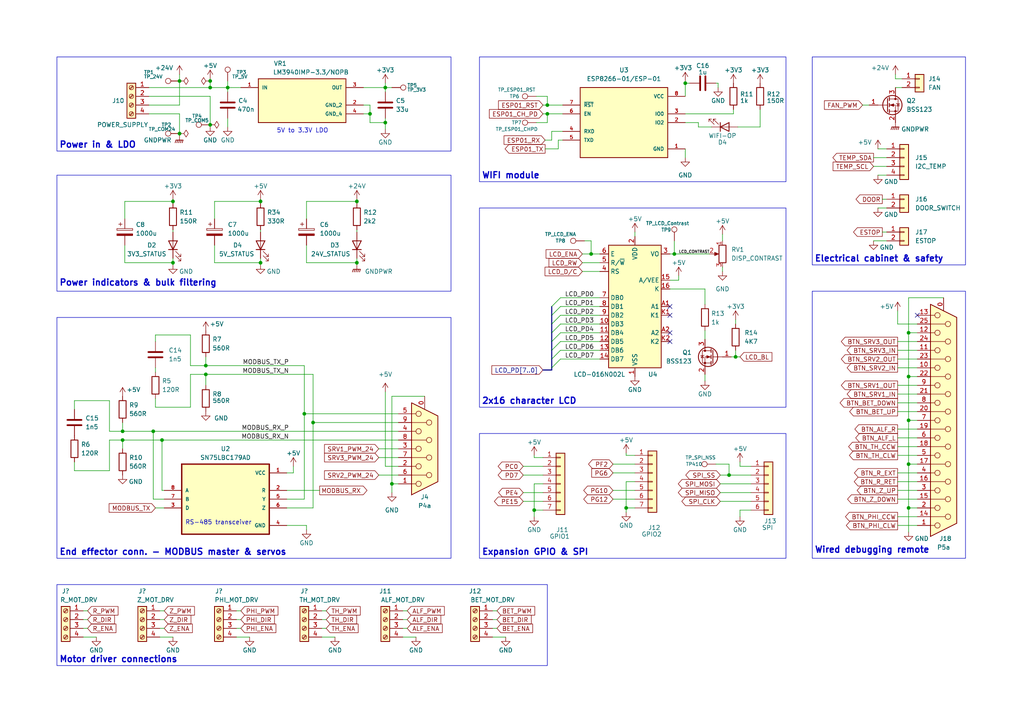
<source format=kicad_sch>
(kicad_sch (version 20230121) (generator eeschema)
  (paper "A4")
  (title_block (title "Karcsi (INDACT Robot Arm) - Power & peripherals") (date "2023-10-07") (rev "1.1") (company "LEGO Kör (legokor.hu)") (comment 1 "Design by Andi Serban & Máté Kovács"))
  (junction (at 195.58 73.66))
  (junction (at 154.94 147.955))
  (junction (at 60.96 25.4))
  (junction (at 103.505 58.42))
  (junction (at 263.525 109.22))
  (junction (at 52.07 38.735))
  (junction (at 50.165 76.2))
  (junction (at 46.99 127.635))
  (junction (at 59.69 106.045))
  (junction (at 263.525 96.52))
  (junction (at 111.76 35.56))
  (junction (at 35.56 125.095))
  (junction (at 60.96 23.495))
  (junction (at 158.75 33.02))
  (junction (at 211.455 137.795))
  (junction (at 50.165 58.42))
  (junction (at 113.665 140.335))
  (junction (at 90.805 122.555))
  (junction (at 263.525 134.62))
  (junction (at 111.76 25.4))
  (junction (at 263.525 121.92))
  (junction (at 66.04 25.4))
  (junction (at 75.565 76.2))
  (junction (at 158.75 30.48))
  (junction (at 213.36 103.505))
  (junction (at 44.45 125.095))
  (junction (at 60.96 36.195))
  (junction (at 171.45 73.66))
  (junction (at 75.565 58.42))
  (junction (at 263.525 147.32))
  (junction (at 88.265 120.015))
  (junction (at 198.755 24.13))
  (junction (at 107.315 33.02))
  (junction (at 52.07 23.495))
  (junction (at 181.61 147.32))
  (junction (at 35.56 127.635))
  (junction (at 59.69 108.585))
  (junction (at 103.505 76.2))
  (no_connect (at 266.065 91.44))
  (no_connect (at 194.31 99.06))
  (no_connect (at 194.31 96.52))
  (no_connect (at 194.31 88.9))
  (no_connect (at 194.31 91.44))
  (bus_entry (at 160.02 91.44) (size 2.54 -2.54))
  (bus_entry (at 160.02 93.98) (size 2.54 -2.54))
  (bus_entry (at 160.02 88.9) (size 2.54 -2.54))
  (bus_entry (at 160.02 96.52) (size 2.54 -2.54))
  (bus_entry (at 160.02 99.06) (size 2.54 -2.54))
  (bus_entry (at 160.02 106.68) (size 2.54 -2.54))
  (bus_entry (at 160.02 101.6) (size 2.54 -2.54))
  (bus_entry (at 160.02 104.14) (size 2.54 -2.54))
  (wire (pts (xy 161.925 43.18) (xy 161.925 40.64)))
  (wire (pts (xy 263.525 147.32) (xy 263.525 154.305)))
  (wire (pts (xy 151.765 142.875) (xy 157.48 142.875)))
  (bus (pts (xy 160.02 93.98) (xy 160.02 96.52)))
  (wire (pts (xy 260.35 116.84) (xy 266.065 116.84)))
  (wire (pts (xy 151.765 145.415) (xy 157.48 145.415)))
  (wire (pts (xy 142.875 182.245) (xy 144.145 182.245)))
  (wire (pts (xy 105.41 33.02) (xy 107.315 33.02)))
  (wire (pts (xy 260.35 124.46) (xy 266.065 124.46)))
  (wire (pts (xy 254.635 60.325) (xy 257.175 60.325)))
  (wire (pts (xy 35.56 125.095) (xy 44.45 125.095)))
  (wire (pts (xy 75.565 66.675) (xy 75.565 67.31)))
  (wire (pts (xy 207.645 134.62) (xy 211.455 134.62)))
  (wire (pts (xy 259.715 22.86) (xy 261.62 22.86)))
  (wire (pts (xy 208.915 140.335) (xy 217.805 140.335)))
  (wire (pts (xy 60.96 25.4) (xy 66.04 25.4)))
  (wire (pts (xy 253.365 69.85) (xy 257.175 69.85)))
  (bus (pts (xy 160.02 107.315) (xy 157.48 107.315)))
  (wire (pts (xy 207.645 24.13) (xy 208.28 24.13)))
  (wire (pts (xy 109.855 132.715) (xy 115.57 132.715)))
  (wire (pts (xy 198.755 35.56) (xy 202.565 35.56)))
  (wire (pts (xy 36.195 58.42) (xy 50.165 58.42)))
  (wire (pts (xy 142.875 177.165) (xy 144.145 177.165)))
  (wire (pts (xy 44.45 125.095) (xy 115.57 125.095)))
  (wire (pts (xy 181.61 132.08) (xy 184.15 132.08)))
  (wire (pts (xy 171.45 69.85) (xy 171.45 73.66)))
  (wire (pts (xy 109.855 137.795) (xy 115.57 137.795)))
  (wire (pts (xy 24.13 177.165) (xy 25.4 177.165)))
  (wire (pts (xy 60.96 27.94) (xy 60.96 36.195)))
  (wire (pts (xy 260.35 119.38) (xy 266.065 119.38)))
  (wire (pts (xy 260.35 127) (xy 266.065 127)))
  (wire (pts (xy 211.455 137.795) (xy 217.805 137.795)))
  (wire (pts (xy 177.8 142.24) (xy 184.15 142.24)))
  (wire (pts (xy 83.185 144.78) (xy 88.265 144.78)))
  (wire (pts (xy 260.35 149.86) (xy 266.065 149.86)))
  (wire (pts (xy 168.91 76.2) (xy 173.99 76.2)))
  (wire (pts (xy 31.75 125.095) (xy 35.56 125.095)))
  (wire (pts (xy 66.04 23.495) (xy 66.04 25.4)))
  (wire (pts (xy 75.565 74.93) (xy 75.565 76.2)))
  (wire (pts (xy 83.185 142.24) (xy 92.71 142.24)))
  (wire (pts (xy 88.265 120.015) (xy 88.265 106.045)))
  (wire (pts (xy 90.805 122.555) (xy 90.805 147.32)))
  (wire (pts (xy 263.525 109.22) (xy 266.065 109.22)))
  (wire (pts (xy 66.04 25.4) (xy 69.85 25.4)))
  (wire (pts (xy 154.94 140.335) (xy 157.48 140.335)))
  (wire (pts (xy 202.565 36.83) (xy 206.375 36.83)))
  (wire (pts (xy 43.18 25.4) (xy 60.96 25.4)))
  (wire (pts (xy 59.69 106.045) (xy 88.265 106.045)))
  (wire (pts (xy 214.63 135.255) (xy 217.805 135.255)))
  (wire (pts (xy 43.18 33.02) (xy 52.07 33.02)))
  (wire (pts (xy 154.94 147.955) (xy 157.48 147.955)))
  (wire (pts (xy 50.165 76.2) (xy 50.165 76.835)))
  (wire (pts (xy 90.805 122.555) (xy 115.57 122.555)))
  (wire (pts (xy 266.065 147.32) (xy 263.525 147.32)))
  (wire (pts (xy 195.58 69.85) (xy 195.58 73.66)))
  (wire (pts (xy 208.915 137.795) (xy 211.455 137.795)))
  (wire (pts (xy 116.84 182.245) (xy 118.11 182.245)))
  (wire (pts (xy 113.665 114.935) (xy 113.665 140.335)))
  (wire (pts (xy 88.9 63.5) (xy 88.9 58.42)))
  (wire (pts (xy 55.245 97.155) (xy 55.245 106.045)))
  (wire (pts (xy 220.472 31.75) (xy 220.472 36.83)))
  (wire (pts (xy 212.09 103.505) (xy 213.36 103.505)))
  (wire (pts (xy 177.8 137.16) (xy 184.15 137.16)))
  (wire (pts (xy 35.56 122.555) (xy 35.56 125.095)))
  (wire (pts (xy 260.35 93.98) (xy 260.35 90.17)))
  (wire (pts (xy 52.07 33.02) (xy 52.07 38.735)))
  (wire (pts (xy 103.505 76.2) (xy 103.505 76.835)))
  (wire (pts (xy 161.925 40.64) (xy 163.195 40.64)))
  (wire (pts (xy 204.47 95.885) (xy 204.47 98.425)))
  (wire (pts (xy 46.355 177.165) (xy 47.625 177.165)))
  (wire (pts (xy 168.91 73.66) (xy 171.45 73.66)))
  (wire (pts (xy 115.57 140.335) (xy 113.665 140.335)))
  (wire (pts (xy 62.23 71.12) (xy 62.23 76.2)))
  (wire (pts (xy 181.61 148.59) (xy 181.61 147.32)))
  (wire (pts (xy 52.07 38.735) (xy 52.07 39.37)))
  (wire (pts (xy 202.565 35.56) (xy 202.565 36.83)))
  (wire (pts (xy 157.48 33.02) (xy 158.75 33.02)))
  (wire (pts (xy 24.13 182.245) (xy 25.4 182.245)))
  (wire (pts (xy 52.07 23.495) (xy 52.07 30.48)))
  (wire (pts (xy 45.085 99.06) (xy 45.085 97.155)))
  (wire (pts (xy 155.575 27.94) (xy 158.75 27.94)))
  (wire (pts (xy 213.36 101.6) (xy 213.36 103.505)))
  (wire (pts (xy 88.9 58.42) (xy 103.505 58.42)))
  (wire (pts (xy 162.56 101.6) (xy 173.99 101.6)))
  (wire (pts (xy 213.36 92.71) (xy 213.36 93.98)))
  (wire (pts (xy 158.115 43.18) (xy 161.925 43.18)))
  (wire (pts (xy 263.525 109.22) (xy 263.525 121.92)))
  (wire (pts (xy 181.61 131.445) (xy 181.61 132.08)))
  (wire (pts (xy 181.61 139.7) (xy 184.15 139.7)))
  (wire (pts (xy 111.76 113.665) (xy 111.76 135.255)))
  (wire (pts (xy 263.525 86.36) (xy 263.525 96.52)))
  (wire (pts (xy 27.94 184.785) (xy 24.13 184.785)))
  (wire (pts (xy 52.07 21.59) (xy 52.07 23.495)))
  (wire (pts (xy 66.04 34.29) (xy 66.04 36.83)))
  (wire (pts (xy 59.69 108.585) (xy 90.805 108.585)))
  (wire (pts (xy 213.36 103.505) (xy 214.63 103.505)))
  (wire (pts (xy 266.065 96.52) (xy 263.525 96.52)))
  (wire (pts (xy 107.315 35.56) (xy 111.76 35.56)))
  (wire (pts (xy 88.9 71.12) (xy 88.9 76.2)))
  (wire (pts (xy 260.35 101.6) (xy 266.065 101.6)))
  (wire (pts (xy 171.45 73.66) (xy 173.99 73.66)))
  (wire (pts (xy 273.685 86.36) (xy 263.525 86.36)))
  (wire (pts (xy 260.35 137.16) (xy 266.065 137.16)))
  (wire (pts (xy 59.69 103.505) (xy 59.69 106.045)))
  (wire (pts (xy 263.525 121.92) (xy 263.525 134.62)))
  (wire (pts (xy 198.755 43.18) (xy 198.755 45.72)))
  (wire (pts (xy 60.96 25.4) (xy 60.96 23.495)))
  (wire (pts (xy 103.505 58.42) (xy 103.505 59.055)))
  (wire (pts (xy 111.76 35.56) (xy 111.76 37.465)))
  (wire (pts (xy 254.635 43.18) (xy 257.175 43.18)))
  (wire (pts (xy 162.56 88.9) (xy 173.99 88.9)))
  (wire (pts (xy 43.18 27.94) (xy 60.96 27.94)))
  (wire (pts (xy 31.75 127.635) (xy 35.56 127.635)))
  (wire (pts (xy 162.56 93.98) (xy 173.99 93.98)))
  (wire (pts (xy 162.56 96.52) (xy 173.99 96.52)))
  (wire (pts (xy 184.15 68.58) (xy 184.15 67.31)))
  (wire (pts (xy 208.915 142.875) (xy 217.805 142.875)))
  (wire (pts (xy 107.315 30.48) (xy 107.315 33.02)))
  (wire (pts (xy 260.35 111.76) (xy 266.065 111.76)))
  (wire (pts (xy 158.75 27.94) (xy 158.75 30.48)))
  (wire (pts (xy 21.59 118.745) (xy 21.59 116.205)))
  (wire (pts (xy 107.315 33.02) (xy 107.315 35.56)))
  (wire (pts (xy 196.85 81.28) (xy 196.85 80.01)))
  (wire (pts (xy 214.63 133.985) (xy 214.63 135.255)))
  (wire (pts (xy 21.59 133.985) (xy 21.59 136.525)))
  (wire (pts (xy 50.165 57.785) (xy 50.165 58.42)))
  (wire (pts (xy 209.55 77.47) (xy 209.55 78.74)))
  (wire (pts (xy 266.065 93.98) (xy 260.35 93.98)))
  (wire (pts (xy 260.35 104.14) (xy 266.065 104.14)))
  (wire (pts (xy 111.76 135.255) (xy 115.57 135.255)))
  (wire (pts (xy 52.07 30.48) (xy 43.18 30.48)))
  (wire (pts (xy 260.35 144.78) (xy 266.065 144.78)))
  (wire (pts (xy 36.195 76.2) (xy 50.165 76.2)))
  (wire (pts (xy 21.59 116.205) (xy 31.75 116.205)))
  (wire (pts (xy 111.76 25.4) (xy 111.76 24.13)))
  (bus (pts (xy 160.02 99.06) (xy 160.02 101.6)))
  (wire (pts (xy 169.545 69.85) (xy 171.45 69.85)))
  (wire (pts (xy 88.265 120.015) (xy 88.265 144.78)))
  (wire (pts (xy 253.365 45.72) (xy 257.175 45.72)))
  (wire (pts (xy 60.96 36.195) (xy 60.96 36.83)))
  (wire (pts (xy 97.155 184.785) (xy 93.345 184.785)))
  (wire (pts (xy 109.855 130.175) (xy 115.57 130.175)))
  (wire (pts (xy 62.23 58.42) (xy 75.565 58.42)))
  (wire (pts (xy 62.23 76.2) (xy 75.565 76.2)))
  (wire (pts (xy 158.75 35.56) (xy 158.75 33.02)))
  (wire (pts (xy 204.47 83.82) (xy 204.47 88.265)))
  (wire (pts (xy 194.31 81.28) (xy 196.85 81.28)))
  (wire (pts (xy 260.35 106.68) (xy 266.065 106.68)))
  (wire (pts (xy 154.94 132.715) (xy 157.48 132.715)))
  (wire (pts (xy 151.765 135.255) (xy 157.48 135.255)))
  (wire (pts (xy 46.99 142.24) (xy 46.99 127.635)))
  (wire (pts (xy 47.625 142.24) (xy 46.99 142.24)))
  (wire (pts (xy 113.665 114.935) (xy 123.19 114.935)))
  (wire (pts (xy 260.35 142.24) (xy 266.065 142.24)))
  (wire (pts (xy 177.8 144.78) (xy 184.15 144.78)))
  (wire (pts (xy 55.245 106.045) (xy 59.69 106.045)))
  (wire (pts (xy 68.58 182.245) (xy 69.85 182.245)))
  (wire (pts (xy 105.41 30.48) (xy 107.315 30.48)))
  (wire (pts (xy 198.755 24.13) (xy 198.755 27.94)))
  (bus (pts (xy 160.02 88.9) (xy 160.02 91.44)))
  (wire (pts (xy 45.085 147.32) (xy 47.625 147.32)))
  (wire (pts (xy 45.085 115.57) (xy 45.085 118.11)))
  (wire (pts (xy 263.525 96.52) (xy 263.525 109.22)))
  (wire (pts (xy 250.19 30.48) (xy 252.095 30.48)))
  (wire (pts (xy 83.185 137.16) (xy 85.09 137.16)))
  (wire (pts (xy 75.565 57.785) (xy 75.565 58.42)))
  (wire (pts (xy 88.265 120.015) (xy 115.57 120.015)))
  (wire (pts (xy 162.56 99.06) (xy 173.99 99.06)))
  (wire (pts (xy 47.625 144.78) (xy 44.45 144.78)))
  (wire (pts (xy 160.02 40.64) (xy 160.02 38.1)))
  (wire (pts (xy 62.23 63.5) (xy 62.23 58.42)))
  (wire (pts (xy 50.165 58.42) (xy 50.165 59.055)))
  (wire (pts (xy 113.665 140.335) (xy 113.665 142.875)))
  (wire (pts (xy 46.355 179.705) (xy 47.625 179.705)))
  (wire (pts (xy 162.56 86.36) (xy 173.99 86.36)))
  (wire (pts (xy 66.04 25.4) (xy 66.04 26.67)))
  (bus (pts (xy 160.02 91.44) (xy 160.02 93.98)))
  (wire (pts (xy 212.725 33.02) (xy 198.755 33.02)))
  (wire (pts (xy 198.755 23.495) (xy 198.755 24.13)))
  (wire (pts (xy 263.525 134.62) (xy 263.525 147.32)))
  (wire (pts (xy 260.35 152.4) (xy 266.065 152.4)))
  (wire (pts (xy 157.48 30.48) (xy 158.75 30.48)))
  (wire (pts (xy 214.63 149.86) (xy 214.63 147.955)))
  (wire (pts (xy 36.195 71.12) (xy 36.195 76.2)))
  (wire (pts (xy 45.085 118.11) (xy 55.245 118.11)))
  (wire (pts (xy 198.755 24.13) (xy 200.025 24.13)))
  (wire (pts (xy 260.35 114.3) (xy 266.065 114.3)))
  (wire (pts (xy 260.35 99.06) (xy 266.065 99.06)))
  (wire (pts (xy 24.13 179.705) (xy 25.4 179.705)))
  (wire (pts (xy 253.365 48.26) (xy 257.175 48.26)))
  (wire (pts (xy 204.47 108.585) (xy 204.47 110.49)))
  (wire (pts (xy 75.565 58.42) (xy 75.565 59.055)))
  (wire (pts (xy 181.61 139.7) (xy 181.61 147.32)))
  (wire (pts (xy 85.09 135.255) (xy 85.09 137.16)))
  (wire (pts (xy 209.55 67.945) (xy 209.55 69.85)))
  (wire (pts (xy 36.195 63.5) (xy 36.195 58.42)))
  (bus (pts (xy 160.02 101.6) (xy 160.02 104.14)))
  (wire (pts (xy 266.065 121.92) (xy 263.525 121.92)))
  (wire (pts (xy 88.9 152.4) (xy 88.9 153.67)))
  (wire (pts (xy 154.94 149.86) (xy 154.94 147.955)))
  (wire (pts (xy 50.165 184.785) (xy 46.355 184.785)))
  (wire (pts (xy 105.41 25.4) (xy 111.76 25.4)))
  (wire (pts (xy 60.96 23.495) (xy 60.96 22.86)))
  (wire (pts (xy 83.185 147.32) (xy 90.805 147.32)))
  (wire (pts (xy 50.165 66.675) (xy 50.165 67.31)))
  (wire (pts (xy 93.345 179.705) (xy 94.615 179.705)))
  (wire (pts (xy 120.65 184.785) (xy 116.84 184.785)))
  (wire (pts (xy 116.84 177.165) (xy 118.11 177.165)))
  (wire (pts (xy 162.56 91.44) (xy 173.99 91.44)))
  (wire (pts (xy 266.065 134.62) (xy 263.525 134.62)))
  (wire (pts (xy 195.58 73.66) (xy 205.74 73.66)))
  (wire (pts (xy 93.345 177.165) (xy 94.615 177.165)))
  (wire (pts (xy 45.085 97.155) (xy 55.245 97.155)))
  (wire (pts (xy 93.345 182.245) (xy 94.615 182.245)))
  (wire (pts (xy 160.02 38.1) (xy 163.195 38.1)))
  (wire (pts (xy 35.56 127.635) (xy 35.56 130.175)))
  (wire (pts (xy 45.085 106.68) (xy 45.085 107.95)))
  (wire (pts (xy 88.9 76.2) (xy 103.505 76.2)))
  (wire (pts (xy 90.805 122.555) (xy 90.805 108.585)))
  (wire (pts (xy 177.8 134.62) (xy 184.15 134.62)))
  (wire (pts (xy 146.685 184.785) (xy 142.875 184.785)))
  (wire (pts (xy 46.355 182.245) (xy 47.625 182.245)))
  (wire (pts (xy 158.115 40.64) (xy 160.02 40.64)))
  (wire (pts (xy 260.35 139.7) (xy 266.065 139.7)))
  (wire (pts (xy 83.185 152.4) (xy 88.9 152.4)))
  (wire (pts (xy 46.99 127.635) (xy 115.57 127.635)))
  (bus (pts (xy 160.02 106.68) (xy 160.02 107.315)))
  (wire (pts (xy 55.245 118.11) (xy 55.245 108.585)))
  (wire (pts (xy 255.905 57.785) (xy 257.175 57.785)))
  (wire (pts (xy 194.31 83.82) (xy 204.47 83.82)))
  (wire (pts (xy 154.94 140.335) (xy 154.94 147.955)))
  (wire (pts (xy 181.61 147.32) (xy 184.15 147.32)))
  (wire (pts (xy 44.45 144.78) (xy 44.45 125.095)))
  (wire (pts (xy 111.76 25.4) (xy 111.76 26.67)))
  (wire (pts (xy 68.58 177.165) (xy 69.85 177.165)))
  (wire (pts (xy 50.165 74.93) (xy 50.165 76.2)))
  (wire (pts (xy 158.75 33.02) (xy 163.195 33.02)))
  (wire (pts (xy 116.84 179.705) (xy 118.11 179.705)))
  (wire (pts (xy 59.69 108.585) (xy 59.69 111.76)))
  (wire (pts (xy 68.58 179.705) (xy 69.85 179.705)))
  (bus (pts (xy 160.02 104.14) (xy 160.02 106.68)))
  (wire (pts (xy 194.31 73.66) (xy 195.58 73.66)))
  (wire (pts (xy 154.94 132.715) (xy 154.94 132.08)))
  (wire (pts (xy 208.915 145.415) (xy 217.805 145.415)))
  (wire (pts (xy 260.35 129.54) (xy 266.065 129.54)))
  (wire (pts (xy 260.35 132.08) (xy 266.065 132.08)))
  (wire (pts (xy 158.75 35.56) (xy 155.575 35.56)))
  (wire (pts (xy 75.565 76.2) (xy 75.565 76.835)))
  (wire (pts (xy 151.765 137.795) (xy 157.48 137.795)))
  (wire (pts (xy 255.905 67.31) (xy 257.175 67.31)))
  (wire (pts (xy 55.245 108.585) (xy 59.69 108.585)))
  (wire (pts (xy 103.505 74.93) (xy 103.505 76.2)))
  (wire (pts (xy 158.75 30.48) (xy 163.195 30.48)))
  (wire (pts (xy 259.715 25.4) (xy 261.62 25.4)))
  (wire (pts (xy 31.75 136.525) (xy 31.75 127.635)))
  (wire (pts (xy 212.725 31.75) (xy 212.725 33.02)))
  (wire (pts (xy 103.505 66.675) (xy 103.505 67.31)))
  (wire (pts (xy 259.715 21.59) (xy 259.715 22.86)))
  (wire (pts (xy 72.39 184.785) (xy 68.58 184.785)))
  (wire (pts (xy 35.56 127.635) (xy 46.99 127.635)))
  (wire (pts (xy 168.91 78.74) (xy 173.99 78.74)))
  (wire (pts (xy 103.505 57.785) (xy 103.505 58.42)))
  (wire (pts (xy 31.75 116.205) (xy 31.75 125.095)))
  (wire (pts (xy 208.28 25.4) (xy 208.28 24.13)))
  (wire (pts (xy 21.59 136.525) (xy 31.75 136.525)))
  (wire (pts (xy 111.76 34.29) (xy 111.76 35.56)))
  (wire (pts (xy 211.455 134.62) (xy 211.455 137.795)))
  (wire (pts (xy 213.995 36.83) (xy 220.472 36.83)))
  (wire (pts (xy 254.635 50.8) (xy 257.175 50.8)))
  (wire (pts (xy 142.875 179.705) (xy 144.145 179.705)))
  (bus (pts (xy 160.02 96.52) (xy 160.02 99.06)))
  (wire (pts (xy 111.76 25.4) (xy 113.665 25.4)))
  (wire (pts (xy 162.56 104.14) (xy 173.99 104.14)))
  (wire (pts (xy 214.63 147.955) (xy 217.805 147.955)))
  (rectangle (start 235.585 84.455) (end 280.035 161.925))
  (rectangle (start 16.51 169.545) (end 158.75 193.04))
  (rectangle (start 139.065 16.51) (end 227.965 52.705))
  (rectangle (start 16.51 92.075) (end 130.81 161.925))
  (rectangle (start 235.585 16.51) (end 280.035 76.835))
  (rectangle (start 16.51 16.51) (end 130.81 43.815))
  (rectangle (start 16.51 50.8) (end 130.81 84.455))
  (rectangle (start 139.065 60.325) (end 227.965 118.11))
  (rectangle (start 139.065 125.73) (end 227.965 161.925))
  (text "Power indicators & bulk filtering" (at 17.145 83.185 0) (effects (font (size 1.8 1.8) bold) (justify left bottom)))
  (text "Electrical cabinet & safety" (at 236.22 76.2 0) (effects (font (size 1.8 1.8) (thickness 0.36) bold) (justify left bottom)))
  (text "5V to 3.3V LDO" (at 95.25 38.735 0) (effects (font (size 1.27 1.27)) (justify right bottom)))
  (text "WIFI module" (at 139.7 52.07 0) (effects (font (size 1.8 1.8) (thickness 0.36) bold) (justify left bottom)))
  (text "2x16 character LCD" (at 139.7 117.475 0) (effects (font (size 1.8 1.8) (thickness 0.36) bold) (justify left bottom)))
  (text "Wired debugging remote" (at 236.22 160.655 0) (effects (font (size 1.8 1.8) (thickness 0.36) bold) (justify left bottom)))
  (text "RS-485 transceiver" (at 73.025 152.4 0) (effects (font (size 1.27 1.27)) (justify right bottom)))
  (text "End effector conn. - MODBUS master & servos" (at 17.145 161.29 0) (effects (font (size 1.8 1.8) (thickness 0.36) bold) (justify left bottom)))
  (text "Power in & LDO" (at 17.145 43.18 0) (effects (font (size 1.8 1.8) (thickness 0.36) bold) (justify left bottom)))
  (text "Expansion GPIO & SPI" (at 139.7 161.29 0) (effects (font (size 1.8 1.8) (thickness 0.36) bold) (justify left bottom)))
  (text "Motor driver connections" (at 17.145 192.405 0) (effects (font (size 1.8 1.8) bold) (justify left bottom)))
  (label "MODBUS_TX_N" (at 83.82 108.585 180))
  (label "LCD_PD3" (at 163.83 93.98 0))
  (label "LCD_PD7" (at 163.83 104.14 0))
  (label "LCD_PD4" (at 163.83 96.52 0))
  (label "LCD_PD2" (at 163.83 91.44 0))
  (label "MODBUS_RX_P" (at 83.82 125.095 180))
  (label "LCD_CONTRAST" (at 196.85 73.66 0) (effects (font (size 0.8 0.8))))
  (label "LCD_PD5" (at 163.83 99.06 0))
  (label "MODBUS_RX_N" (at 83.82 127.635 180))
  (label "LCD_PD0" (at 163.83 86.36 0))
  (label "LCD_PD6" (at 163.83 101.6 0))
  (label "LCD_PD1" (at 163.83 88.9 0))
  (label "MODBUS_TX_P" (at 83.82 106.045 180))
  (global_label "ESP01_RST" (shape input) (at 157.48 30.48 180) (property "Intersheetrefs" "${INTERSHEET_REFS}" (at 145.415 30.48 0) (effects (justify right))))
  (global_label "SRV1_PWM_24" (shape input) (at 109.855 130.175 180) (property "Intersheetrefs" "${INTERSHEET_REFS}" (at 95.25 130.175 0) (effects (justify right))))
  (global_label "BTN_ALF_R" (shape output) (at 260.35 124.46 180) (property "Intersheetrefs" "${INTERSHEET_REFS}" (at 247.3862 124.46 0) (effects (justify right))))
  (global_label "PF2" (shape bidirectional) (at 177.8 134.62 180) (property "Intersheetrefs" "${INTERSHEET_REFS}" (at 171.45 134.62 0) (effects (justify right))))
  (global_label "Z_ENA" (shape input) (at 47.625 182.245 0) (property "Intersheetrefs" "${INTERSHEET_REFS}" (at 55.245 182.245 0) (effects (justify left))))
  (global_label "BTN_BET_DOWN" (shape output) (at 260.35 116.84 180) (property "Intersheetrefs" "${INTERSHEET_REFS}" (at 243.0925 116.84 0) (effects (justify right))))
  (global_label "BTN_SRV2_IN" (shape output) (at 260.35 106.68 180) (property "Intersheetrefs" "${INTERSHEET_REFS}" (at 245.1486 106.68 0) (effects (justify right))))
  (global_label "BTN_TH_CCW" (shape output) (at 260.35 129.54 180) (property "Intersheetrefs" "${INTERSHEET_REFS}" (at 246.1381 129.54 0) (effects (justify right))))
  (global_label "BTN_Z_UP" (shape output) (at 260.35 142.24 180) (property "Intersheetrefs" "${INTERSHEET_REFS}" (at 248.0515 142.24 0) (effects (justify right))))
  (global_label "ALF_PWM" (shape input) (at 118.11 177.165 0) (property "Intersheetrefs" "${INTERSHEET_REFS}" (at 127.393 177.165 0) (effects (justify left))))
  (global_label "BTN_SRV1_IN" (shape output) (at 260.35 114.3 180) (property "Intersheetrefs" "${INTERSHEET_REFS}" (at 245.1486 114.3 0) (effects (justify right))))
  (global_label "BET_PWM" (shape input) (at 144.145 177.165 0) (property "Intersheetrefs" "${INTERSHEET_REFS}" (at 153.428 177.165 0) (effects (justify left))))
  (global_label "TEMP_SCL" (shape input) (at 253.365 48.26 180) (property "Intersheetrefs" "${INTERSHEET_REFS}" (at 241.935 48.26 0) (effects (justify right))))
  (global_label "FAN_PWM" (shape input) (at 250.19 30.48 180) (property "Intersheetrefs" "${INTERSHEET_REFS}" (at 240.03 30.48 0) (effects (justify right))))
  (global_label "PG10" (shape bidirectional) (at 177.8 142.24 180) (property "Intersheetrefs" "${INTERSHEET_REFS}" (at 170.18 142.24 0) (effects (justify right))))
  (global_label "SPI_MISO" (shape bidirectional) (at 208.915 142.875 180) (property "Intersheetrefs" "${INTERSHEET_REFS}" (at 197.0919 142.875 0) (effects (justify right))))
  (global_label "BTN_BET_UP" (shape output) (at 260.35 119.38 180) (property "Intersheetrefs" "${INTERSHEET_REFS}" (at 245.8744 119.38 0) (effects (justify right))))
  (global_label "Z_DIR" (shape input) (at 47.625 179.705 0) (property "Intersheetrefs" "${INTERSHEET_REFS}" (at 54.8217 179.705 0) (effects (justify left))))
  (global_label "ESP01_CH_PD" (shape input) (at 157.48 33.02 180) (property "Intersheetrefs" "${INTERSHEET_REFS}" (at 142.754 33.02 0) (effects (justify right))))
  (global_label "LCD_D{slash}C" (shape input) (at 168.91 78.74 180) (property "Intersheetrefs" "${INTERSHEET_REFS}" (at 158.75 78.74 0) (effects (justify right))))
  (global_label "BTN_R_RET" (shape output) (at 260.35 139.7 180) (property "Intersheetrefs" "${INTERSHEET_REFS}" (at 247.2049 139.7 0) (effects (justify right))))
  (global_label "Z_PWM" (shape input) (at 47.625 177.165 0) (property "Intersheetrefs" "${INTERSHEET_REFS}" (at 55.8497 177.165 0) (effects (justify left))))
  (global_label "TH_DIR" (shape input) (at 94.615 179.705 0) (property "Intersheetrefs" "${INTERSHEET_REFS}" (at 102.87 179.705 0) (effects (justify left))))
  (global_label "R_PWM" (shape input) (at 25.4 177.165 0) (property "Intersheetrefs" "${INTERSHEET_REFS}" (at 33.413 177.165 0) (effects (justify left))))
  (global_label "MODBUS_RX" (shape output) (at 92.71 142.24 0) (property "Intersheetrefs" "${INTERSHEET_REFS}" (at 107.0042 142.24 0) (effects (justify left))))
  (global_label "LCD_BL" (shape input) (at 214.63 103.505 0) (property "Intersheetrefs" "${INTERSHEET_REFS}" (at 222.885 103.505 0) (effects (justify left))))
  (global_label "PG6" (shape input) (at 177.8 137.16 180) (property "Intersheetrefs" "${INTERSHEET_REFS}" (at 172.5008 137.16 0) (effects (justify right))))
  (global_label "LCD_PD[7..0]" (shape input) (at 157.48 107.315 180) (property "Intersheetrefs" "${INTERSHEET_REFS}" (at 143.51 107.315 0) (effects (justify right))))
  (global_label "SRV3_PWM_24" (shape input) (at 109.855 132.715 180) (property "Intersheetrefs" "${INTERSHEET_REFS}" (at 95.25 132.715 0) (effects (justify right))))
  (global_label "TH_ENA" (shape input) (at 94.615 182.245 0) (property "Intersheetrefs" "${INTERSHEET_REFS}" (at 103.2933 182.245 0) (effects (justify left))))
  (global_label "TH_PWM" (shape input) (at 94.615 177.165 0) (property "Intersheetrefs" "${INTERSHEET_REFS}" (at 103.898 177.165 0) (effects (justify left))))
  (global_label "PC0" (shape bidirectional) (at 151.765 135.255 180) (property "Intersheetrefs" "${INTERSHEET_REFS}" (at 145.2336 135.255 0) (effects (justify right))))
  (global_label "SPI_MOSI" (shape bidirectional) (at 208.915 140.335 180) (property "Intersheetrefs" "${INTERSHEET_REFS}" (at 197.0919 140.335 0) (effects (justify right))))
  (global_label "BTN_Z_DOWN" (shape output) (at 260.35 144.78 180) (property "Intersheetrefs" "${INTERSHEET_REFS}" (at 245.2696 144.78 0) (effects (justify right))))
  (global_label "ESP01_TX" (shape output) (at 158.115 43.18 180) (property "Intersheetrefs" "${INTERSHEET_REFS}" (at 147.32 43.18 0) (effects (justify right))))
  (global_label "PHI_PWM" (shape input) (at 69.85 177.165 0) (property "Intersheetrefs" "${INTERSHEET_REFS}" (at 79.9797 177.165 0) (effects (justify left))))
  (global_label "ESP01_RX" (shape input) (at 158.115 40.64 180) (property "Intersheetrefs" "${INTERSHEET_REFS}" (at 147.0176 40.64 0) (effects (justify right))))
  (global_label "SRV2_PWM_24" (shape input) (at 109.855 137.795 180) (property "Intersheetrefs" "${INTERSHEET_REFS}" (at 95.25 137.795 0) (effects (justify right))))
  (global_label "SPI_CLK" (shape bidirectional) (at 208.915 145.415 180) (property "Intersheetrefs" "${INTERSHEET_REFS}" (at 198.12 145.415 0) (effects (justify right))))
  (global_label "BTN_R_EXT" (shape output) (at 260.35 137.16 180) (property "Intersheetrefs" "${INTERSHEET_REFS}" (at 247.2654 137.16 0) (effects (justify right))))
  (global_label "BTN_SRV2_OUT" (shape output) (at 260.35 104.14 180) (property "Intersheetrefs" "${INTERSHEET_REFS}" (at 243.4553 104.14 0) (effects (justify right))))
  (global_label "SPI_SS" (shape bidirectional) (at 208.915 137.795 180) (property "Intersheetrefs" "${INTERSHEET_REFS}" (at 199.2691 137.795 0) (effects (justify right))))
  (global_label "BTN_SRV1_OUT" (shape output) (at 260.35 111.76 180) (property "Intersheetrefs" "${INTERSHEET_REFS}" (at 243.4553 111.76 0) (effects (justify right))))
  (global_label "BTN_PHI_CLW" (shape output) (at 260.35 152.4 180) (property "Intersheetrefs" "${INTERSHEET_REFS}" (at 245.745 152.4 0) (effects (justify right))))
  (global_label "TEMP_SDA" (shape output) (at 253.365 45.72 180) (property "Intersheetrefs" "${INTERSHEET_REFS}" (at 241.8745 45.72 0) (effects (justify right))))
  (global_label "PE15" (shape bidirectional) (at 151.765 145.415 180) (property "Intersheetrefs" "${INTERSHEET_REFS}" (at 144.1451 145.415 0) (effects (justify right))))
  (global_label "DOOR" (shape output) (at 255.905 57.785 180) (property "Intersheetrefs" "${INTERSHEET_REFS}" (at 248.285 57.785 0) (effects (justify right))))
  (global_label "ESTOP" (shape output) (at 255.905 67.31 180) (property "Intersheetrefs" "${INTERSHEET_REFS}" (at 247.65 67.31 0) (effects (justify right))))
  (global_label "BET_ENA" (shape input) (at 144.145 182.245 0) (property "Intersheetrefs" "${INTERSHEET_REFS}" (at 152.8233 182.245 0) (effects (justify left))))
  (global_label "BTN_TH_CLW" (shape output) (at 260.35 132.08 180) (property "Intersheetrefs" "${INTERSHEET_REFS}" (at 246.38 132.08 0) (effects (justify right))))
  (global_label "LCD_ENA" (shape input) (at 168.91 73.66 180) (property "Intersheetrefs" "${INTERSHEET_REFS}" (at 159.0524 73.66 0) (effects (justify right))))
  (global_label "PHI_ENA" (shape input) (at 69.85 182.245 0) (property "Intersheetrefs" "${INTERSHEET_REFS}" (at 79.375 182.245 0) (effects (justify left))))
  (global_label "BTN_ALF_L" (shape output) (at 260.35 127 180) (property "Intersheetrefs" "${INTERSHEET_REFS}" (at 247.6281 127 0) (effects (justify right))))
  (global_label "BTN_PHI_CCW" (shape output) (at 260.35 149.86 180) (property "Intersheetrefs" "${INTERSHEET_REFS}" (at 244.6648 149.86 0) (effects (justify right))))
  (global_label "ALF_DIR" (shape input) (at 118.11 179.705 0) (property "Intersheetrefs" "${INTERSHEET_REFS}" (at 126.365 179.705 0) (effects (justify left))))
  (global_label "R_ENA" (shape input) (at 25.4 182.245 0) (property "Intersheetrefs" "${INTERSHEET_REFS}" (at 32.8083 182.245 0) (effects (justify left))))
  (global_label "PE4" (shape bidirectional) (at 151.765 142.875 180) (property "Intersheetrefs" "${INTERSHEET_REFS}" (at 145.3546 142.875 0) (effects (justify right))))
  (global_label "PHI_DIR" (shape input) (at 69.85 179.705 0) (property "Intersheetrefs" "${INTERSHEET_REFS}" (at 78.9517 179.705 0) (effects (justify left))))
  (global_label "BTN_SRV3_OUT" (shape output) (at 260.35 99.06 180) (property "Intersheetrefs" "${INTERSHEET_REFS}" (at 243.4553 99.06 0) (effects (justify right))))
  (global_label "LCD_RW" (shape input) (at 168.91 76.2 180) (property "Intersheetrefs" "${INTERSHEET_REFS}" (at 159.8991 76.2 0) (effects (justify right))))
  (global_label "R_DIR" (shape input) (at 25.4 179.705 0) (property "Intersheetrefs" "${INTERSHEET_REFS}" (at 32.385 179.705 0) (effects (justify left))))
  (global_label "BET_DIR" (shape input) (at 144.145 179.705 0) (property "Intersheetrefs" "${INTERSHEET_REFS}" (at 152.4 179.705 0) (effects (justify left))))
  (global_label "ALF_ENA" (shape input) (at 118.11 182.245 0) (property "Intersheetrefs" "${INTERSHEET_REFS}" (at 126.7883 182.245 0) (effects (justify left))))
  (global_label "BTN_SRV3_IN" (shape output) (at 260.35 101.6 180) (property "Intersheetrefs" "${INTERSHEET_REFS}" (at 245.1486 101.6 0) (effects (justify right))))
  (global_label "PD7" (shape bidirectional) (at 151.765 137.795 180) (property "Intersheetrefs" "${INTERSHEET_REFS}" (at 145.2336 137.795 0) (effects (justify right))))
  (global_label "MODBUS_TX" (shape input) (at 45.085 147.32 180) (property "Intersheetrefs" "${INTERSHEET_REFS}" (at 31.0932 147.32 0) (effects (justify right))))
  (global_label "PG12" (shape bidirectional) (at 177.8 144.78 180) (property "Intersheetrefs" "${INTERSHEET_REFS}" (at 170.18 144.78 0) (effects (justify right))))
  (symbol (lib_id "power:+5V") (at 260.35 90.17 0) (unit 1)
    (property "Reference" "#PWR0429" (effects hide))
    (property "Value" "+5V" (at 257.175 88.9 0))
  )
  (symbol (lib_id "power:PWR_FLAG") (at 60.96 36.195 270) (unit 1)
    (property "Reference" "#FLG0403" (effects hide))
    (property "Value" "PWR_FLAG" (effects hide))
  )
  (symbol (lib_id "power:+5V") (at 209.55 67.945 0) (unit 1)
    (property "Reference" "#PWR0422" (effects hide))
    (property "Value" "+5V" (at 209.55 64.135 0))
  )
  (symbol (lib_id "power:GND") (at 35.56 137.795 0) (unit 1)
    (property "Reference" "#PWR0441" (effects hide))
    (property "Value" "GND" (at 39.37 139.7 0))
  )
  (symbol (lib_id "power:+5V") (at 35.56 114.935 0) (unit 1)
    (property "Reference" "#PWR0435" (effects hide))
    (property "Value" "+5V" (at 38.735 113.03 0))
  )
  (symbol (lib_id "Device:LED") (at 75.565 71.12 90) (unit 1)
    (property "Reference" "D4" (at 67.564 71.12 90) (effects (justify right)))
    (property "Value" "5V_STATUS" (at 63.5 73.66 90) (effects (justify right)))
    (property "Footprint" "LED_SMD:LED_0805_2012Metric_Pad1.15x1.40mm_HandSolder" (effects hide))
    (instances (project "INDACT_baseboard" (path "" (reference "D4") (unit 1)) (path "" (reference "D2") (unit 1))))
  )
  (symbol (lib_id "power:GND") (at 263.525 154.305 0) (unit 1)
    (property "Reference" "#PWR0447" (effects hide))
    (property "Value" "GND" (at 267.335 156.21 0))
  )
  (symbol (lib_id "power:GND") (at 254.635 60.325 0) (unit 1)
    (property "Reference" "#PWR0420" (effects hide))
    (property "Value" "GND" (at 258.445 62.23 0))
  )
  (symbol (lib_id "power:+5V") (at 75.565 57.785 0) (unit 1)
    (property "Reference" "#PWR?" (effects hide))
    (property "Value" "+5V" (at 75.565 53.975 0))
    (instances (project "INDACT_baseboard" (path "" (reference "#PWR?") (unit 1)) (path "" (reference "#PWR0418") (unit 1))))
  )
  (symbol (lib_id "power:+24V") (at 103.505 57.785 0) (unit 1)
    (property "Reference" "#PWR052" (effects hide))
    (property "Value" "+24V" (at 103.505 53.975 0))
    (instances (project "INDACT_baseboard" (path "" (reference "#PWR052") (unit 1)) (path "" (reference "#PWR0419") (unit 1))))
  )
  (symbol (lib_id "Connector:TestPoint") (at 207.645 134.62 90) (unit 1)
    (property "Reference" "TP410" (at 201.295 134.62 90) (effects (font (size 1 1))))
    (property "Value" "TP_SPI_NSS" (at 203.2 132.715 90) (effects (font (size 1 1))))
    (property "Footprint" "TestPoint:TestPoint_Pad_2.0x2.0mm" (effects hide))
  )
  (symbol (lib_id "power:GND") (at 59.69 119.38 0) (unit 1)
    (property "Reference" "#PWR0436" (effects hide))
    (property "Value" "GND" (at 64.135 121.285 0))
  )
  (symbol (lib_id "power:+5V") (at 111.76 113.665 0) (unit 1)
    (property "Reference" "#PWR0434" (effects hide))
    (property "Value" "+5V" (at 111.76 108.585 0))
  )
  (symbol (lib_id "power:GND") (at 50.165 184.785 0) (unit 1)
    (property "Reference" "#PWR048" (effects hide))
    (property "Value" "GND" (at 50.165 188.595 0))
    (instances (project "INDACT_baseboard" (path "" (reference "#PWR048") (unit 1)) (path "" (reference "#PWR0449") (unit 1))))
  )
  (symbol (lib_id "LM3940IMP-3.3_NOPB:LM3940IMP-3.3/NOPB") (at 87.63 27.94 0) (unit 1)
    (property "Reference" "VR1" (at 81.28 18.415 0))
    (property "Value" "LM3940IMP-3.3/NOPB" (at 90.17 20.955 0))
    (property "Footprint" "LM3940IMP-3:VREG_LM3940IMP-3.3_NOPB" (effects hide))
    (property "MF" "Texas Instruments" (effects hide))
    (property "MAXIMUM_PACKAGE_HEIGHT" "1.80 mm" (effects hide))
    (property "Package" "SOT-223-4 Texas Instruments" (effects hide))
    (property "Price" "None" (effects hide))
    (property "Check_prices" "https://www.snapeda.com/parts/LM3940IMP-3.3/NOPB/Texas+Instruments/view-part/?ref=eda" (effects hide))
    (property "STANDARD" "Manufacturer Recommendations" (effects hide))
    (property "PARTREV" "G" (effects hide))
    (property "SnapEDA_Link" "https://www.snapeda.com/parts/LM3940IMP-3.3/NOPB/Texas+Instruments/view-part/?ref=snap" (effects hide))
    (property "MP" "LM3940IMP-3.3/NOPB" (effects hide))
    (property "Purchase-URL" "https://www.snapeda.com/api/url_track_click_mouser/?unipart_id=21630&manufacturer=Texas Instruments&part_name=LM3940IMP-3.3/NOPB&search_term=lm3940imp-3.3/nopb" (effects hide))
    (property "Description" "\n1-A, low-dropout voltage regulator for 5-V to 3.3-V conversion\n" (effects hide))
    (property "Availability" "In Stock" (effects hide))
    (property "MANUFACTURER" "Texas Instruments" (effects hide))
  )
  (symbol (lib_id "Connector:TestPoint") (at 195.58 69.85 0) (unit 1)
    (property "Reference" "TP9" (at 191.77 66.675 0) (effects (font (size 1 1)) (justify left)))
    (property "Value" "TP_LCD_Contrast" (at 187.325 64.77 0) (effects (font (size 1 1)) (justify left)))
    (property "Footprint" "TestPoint:TestPoint_Pad_2.0x2.0mm" (effects hide))
  )
  (symbol (lib_id "Connector_Generic:Conn_01x04") (at 262.255 45.72 0) (unit 1)
    (property "Reference" "J15" (at 265.43 45.72 0) (effects (justify left)))
    (property "Value" "I2C_TEMP" (at 265.43 48.26 0) (effects (justify left)))
    (property "Footprint" "Connector_PinHeader_2.54mm:PinHeader_1x04_P2.54mm_Vertical" (effects hide))
  )
  (symbol (lib_id "power:GND") (at 253.365 69.85 0) (unit 1)
    (property "Reference" "#PWR0423" (effects hide))
    (property "Value" "GND" (at 257.175 71.755 0))
  )
  (symbol (lib_id "power:+5V") (at 184.15 67.31 0) (unit 1)
    (property "Reference" "#PWR0421" (effects hide))
    (property "Value" "+5V" (at 184.15 63.5 0))
  )
  (symbol (lib_id "Device:R") (at 75.565 62.865 0) (unit 1)
    (property "Reference" "R34" (at 77.47 61.595 0) (effects (justify left)))
    (property "Value" "330R" (at 77.47 64.135 0) (effects (justify left)))
    (property "Footprint" "Resistor_SMD:R_0805_2012Metric_Pad1.20x1.40mm_HandSolder" (effects hide))
    (instances (project "INDACT_baseboard" (path "" (reference "R34") (unit 1)) (path "" (reference "R3") (unit 1))))
  )
  (symbol (lib_id "power:+5V") (at 181.61 131.445 0) (unit 1)
    (property "Reference" "#PWR0437" (effects hide))
    (property "Value" "+5V" (at 181.61 127.635 0))
  )
  (symbol (lib_id "Device:R") (at 35.56 133.985 0) (unit 1)
    (property "Reference" "R10" (at 37.465 132.715 0) (effects (justify left)))
    (property "Value" "560R" (at 37.465 135.255 0) (effects (justify left)))
    (property "Footprint" "Resistor_SMD:R_0805_2012Metric_Pad1.20x1.40mm_HandSolder" (effects hide))
  )
  (symbol (lib_id "power:GND") (at 27.94 184.785 0) (unit 1)
    (property "Reference" "#PWR045" (effects hide))
    (property "Value" "GND" (at 27.94 188.595 0))
    (instances (project "INDACT_baseboard" (path "" (reference "#PWR045") (unit 1)) (path "" (reference "#PWR0448") (unit 1))))
  )
  (symbol (lib_id "Device:R") (at 220.472 27.94 0) (unit 1)
    (property "Reference" "R12" (at 222.377 27.305 0) (effects (justify left)))
    (property "Value" "150R" (at 222.377 29.21 0) (effects (justify left)))
    (property "Footprint" "Resistor_SMD:R_0805_2012Metric_Pad1.20x1.40mm_HandSolder" (effects hide))
  )
  (symbol (lib_id "Connector_Generic:Conn_01x02") (at 266.7 22.86 0) (unit 1)
    (property "Reference" "J14" (at 269.24 22.86 0) (effects (justify left)))
    (property "Value" "FAN" (at 269.24 25.4 0) (effects (justify left)))
    (property "Footprint" "Connector_PinHeader_2.54mm:PinHeader_1x02_P2.54mm_Vertical" (effects hide))
  )
  (symbol (lib_id "Device:R") (at 21.59 130.175 0) (unit 1)
    (property "Reference" "R6" (at 23.495 128.905 0) (effects (justify left)))
    (property "Value" "120R" (at 23.495 131.445 0) (effects (justify left)))
    (property "Footprint" "Resistor_SMD:R_0805_2012Metric_Pad1.20x1.40mm_HandSolder" (effects hide))
  )
  (symbol (lib_id "Connector:DB25_Receptacle_MountingHoles") (at 273.685 121.92 0) (mirror x) (unit 1)
    (property "Reference" "J18" (at 272.415 156.21 0) (effects (justify left)))
    (property "Value" "P5a" (at 271.78 158.75 0) (effects (justify left)))
    (property "Footprint" "Connector_Dsub:DSUB-25_Female_Horizontal_P2.77x2.84mm_EdgePinOffset7.70mm_Housed_MountingHolesOffset9.12mm" (effects hide))
    (property "Datasheet" " ~" (effects hide))
  )
  (symbol (lib_id "Connector:TestPoint") (at 52.07 23.495 90) (unit 1)
    (property "Reference" "TP1" (at 43.18 20.955 90) (effects (font (size 1 1))))
    (property "Value" "TP_24V" (at 44.45 22.225 90) (effects (font (size 1 1))))
    (property "Footprint" "TestPoint:TestPoint_Pad_2.0x2.0mm" (effects hide))
  )
  (symbol (lib_id "Device:R") (at 35.56 118.745 0) (unit 1)
    (property "Reference" "R9" (at 37.465 117.475 0) (effects (justify left)))
    (property "Value" "560R" (at 37.465 120.015 0) (effects (justify left)))
    (property "Footprint" "Resistor_SMD:R_0805_2012Metric_Pad1.20x1.40mm_HandSolder" (effects hide))
  )
  (symbol (lib_id "power:GNDPWR") (at 103.505 76.835 0) (unit 1)
    (property "Reference" "#PWR053" (effects hide))
    (property "Value" "GNDPWR" (at 109.855 78.74 0))
    (instances (project "INDACT_baseboard" (path "" (reference "#PWR053") (unit 1)) (path "" (reference "#PWR0426") (unit 1))))
  )
  (symbol (lib_id "Device:R") (at 103.505 62.865 0) (unit 1)
    (property "Reference" "R12" (at 105.41 61.595 0) (effects (justify left)))
    (property "Value" "2k2" (at 105.41 64.135 0) (effects (justify left)))
    (property "Footprint" "Resistor_SMD:R_0805_2012Metric_Pad1.20x1.40mm_HandSolder" (effects hide))
    (instances (project "INDACT_baseboard" (path "" (reference "R12") (unit 1)) (path "" (reference "R4") (unit 1))))
  )
  (symbol (lib_id "power:GND") (at 254.635 50.8 0) (unit 1)
    (property "Reference" "#PWR0416" (effects hide))
    (property "Value" "GND" (at 258.445 52.705 0))
  )
  (symbol (lib_id "Device:C_Polarized") (at 88.9 67.31 0) (unit 1)
    (property "Reference" "C6" (at 92.71 65.151 0) (effects (justify left)))
    (property "Value" "1000u" (at 92.71 67.691 0) (effects (justify left)))
    (property "Footprint" "Capacitor_SMD:CP_Elec_16x22" (effects hide))
    (instances (project "INDACT_baseboard" (path "" (reference "C6") (unit 1)) (path "" (reference "C13") (unit 1))))
  )
  (symbol (lib_id "power:GND") (at 72.39 184.785 0) (unit 1)
    (property "Reference" "#PWR051" (effects hide))
    (property "Value" "GND" (at 72.39 188.595 0))
    (instances (project "INDACT_baseboard" (path "" (reference "#PWR051") (unit 1)) (path "" (reference "#PWR0450") (unit 1))))
  )
  (symbol (lib_id "Device:R") (at 213.36 97.79 0) (unit 1)
    (property "Reference" "R14" (at 215.9 96.52 0) (effects (justify left)))
    (property "Value" "4K7" (at 215.9 99.06 0) (effects (justify left)))
    (property "Footprint" "Resistor_SMD:R_0805_2012Metric_Pad1.20x1.40mm_HandSolder" (effects hide))
  )
  (symbol (lib_id "power:+5V") (at 196.85 80.01 0) (unit 1)
    (property "Reference" "#PWR0428" (effects hide))
    (property "Value" "+5V" (at 196.85 76.2 0))
  )
  (symbol (lib_id "power:+5V") (at 59.69 95.885 0) (unit 1)
    (property "Reference" "#PWR0431" (effects hide))
    (property "Value" "+5V" (at 62.865 93.98 0))
  )
  (symbol (lib_id "power:PWR_FLAG") (at 52.07 38.735 270) (unit 1)
    (property "Reference" "#FLG0404" (effects hide))
    (property "Value" "PWR_FLAG" (effects hide))
  )
  (symbol (lib_id "power:+3V3") (at 212.725 24.13 0) (unit 1)
    (property "Reference" "#PWR0406" (effects hide))
    (property "Value" "+3V3" (at 212.725 20.32 0))
  )
  (symbol (lib_id "power:GND") (at 120.65 184.785 0) (unit 1)
    (property "Reference" "#PWR054" (effects hide))
    (property "Value" "GND" (at 120.65 188.595 0))
    (instances (project "INDACT_baseboard" (path "" (reference "#PWR054") (unit 1)) (path "" (reference "#PWR0452") (unit 1))))
  )
  (symbol (lib_id "power:+5V") (at 254.635 43.18 0) (unit 1)
    (property "Reference" "#PWR0414" (effects hide))
    (property "Value" "+5V" (at 250.825 41.275 0))
  )
  (symbol (lib_id "Connector_Generic:Conn_01x02") (at 262.255 57.785 0) (unit 1)
    (property "Reference" "J16" (at 265.43 57.785 0) (effects (justify left)))
    (property "Value" "DOOR_SWITCH" (at 265.43 60.325 0) (effects (justify left)))
    (property "Footprint" "Connector_PinHeader_2.54mm:PinHeader_1x02_P2.54mm_Vertical" (effects hide))
  )
  (symbol (lib_id "ESP8266-01_ESP-01:ESP8266-01/ESP-01") (at 180.975 35.56 0) (unit 1) (in_bom no)
    (property "Reference" "U3" (at 180.975 20.32 0))
    (property "Value" "ESP8266-01/ESP-01" (at 180.975 22.86 0))
    (property "Footprint" "ESP-01:XCVR_ESP8266-01_ESP-01" (effects hide))
    (property "MF" "AI-Thinker" (effects hide))
    (property "MAXIMUM_PACKAGE_HEIGHT" "11.2 mm" (effects hide))
    (property "Package" "Non-Standard AI-Thinker" (effects hide))
    (property "Price" "None" (effects hide))
    (property "Check_prices" "https://www.snapeda.com/parts/ESP8266-01/ESP-01/AI-Thinker/view-part/?ref=eda" (effects hide))
    (property "STANDARD" "Manufacturer recommendations or IPC 7351B" (effects hide))
    (property "PARTREV" "V1.2" (effects hide))
    (property "SnapEDA_Link" "https://www.snapeda.com/parts/ESP8266-01/ESP-01/AI-Thinker/view-part/?ref=snap" (effects hide))
    (property "MP" "ESP8266-01/ESP-01" (effects hide))
    (property "Description" "\nMakerFocus 4pcs ESP8266 ESP-01 Serial Wireless WiFi Transceiver Receiver Module 1MB SPI Flash DC3.0-3.6V Internet of Things WiFi Module Board Compatible with Ar duino\n" (effects hide))
    (property "Availability" "Not in stock" (effects hide))
    (property "MANUFACTURER" "AI-Thinker" (effects hide))
  )
  (symbol (lib_id "Device:C") (at 21.59 122.555 0) (unit 1)
    (property "Reference" "C15" (at 24.765 121.285 0) (effects (justify left)))
    (property "Value" "1n5" (at 24.765 123.825 0) (effects (justify left)))
    (property "Footprint" "Capacitor_SMD:C_0805_2012Metric_Pad1.18x1.45mm_HandSolder" (effects hide))
  )
  (symbol (lib_id "power:+3V3") (at 198.755 23.495 0) (unit 1)
    (property "Reference" "#PWR0404" (effects hide))
    (property "Value" "+3V3" (at 198.12 19.685 0))
  )
  (symbol (lib_id "Connector:TestPoint") (at 155.575 35.56 90) (unit 1)
    (property "Reference" "TP7" (at 149.86 35.56 90) (effects (font (size 1 1))))
    (property "Value" "TP_ESP01_CHPD" (at 149.86 37.465 90) (effects (font (size 1 1))))
    (property "Footprint" "TestPoint:TestPoint_Pad_2.0x2.0mm" (effects hide))
  )
  (symbol (lib_id "Connector:Screw_Terminal_01x04") (at 88.265 179.705 0) (mirror y) (unit 1)
    (property "Reference" "J?" (at 88.265 171.45 0))
    (property "Value" "TH_MOT_DRV" (at 92.71 173.99 0))
    (property "Footprint" "TerminalBlock_4Ucon:TerminalBlock_4Ucon_1x04_P3.50mm_Horizontal" (effects hide))
    (instances (project "INDACT_baseboard" (path "" (reference "J?") (unit 1)) (path "" (reference "J8") (unit 1))))
  )
  (symbol (lib_id "Connector_Generic:Conn_01x07") (at 162.56 140.335 0) (unit 1)
    (property "Reference" "J11" (at 161.29 153.67 0) (effects (justify left)))
    (property "Value" "GPIO1" (at 159.385 155.575 0) (effects (justify left)))
    (property "Footprint" "Connector_PinHeader_2.54mm:PinHeader_1x07_P2.54mm_Vertical" (effects hide))
  )
  (symbol (lib_id "Connector:Screw_Terminal_01x04") (at 111.76 179.705 0) (mirror y) (unit 1)
    (property "Reference" "J11" (at 111.76 171.45 0))
    (property "Value" "ALF_MOT_DRV" (at 116.84 173.99 0))
    (property "Footprint" "TerminalBlock_4Ucon:TerminalBlock_4Ucon_1x04_P3.50mm_Horizontal" (effects hide))
    (instances (project "INDACT_baseboard" (path "" (reference "J11") (unit 1)) (path "" (reference "J9") (unit 1))))
  )
  (symbol (lib_id "Connector:TestPoint") (at 155.575 27.94 90) (unit 1)
    (property "Reference" "TP6" (at 149.225 27.94 90) (effects (font (size 1 1))))
    (property "Value" "TP_ESP01_RST" (at 149.86 26.035 90) (effects (font (size 1 1))))
    (property "Footprint" "TestPoint:TestPoint_Pad_2.0x2.0mm" (effects hide))
  )
  (symbol (lib_id "power:GND") (at 75.565 76.835 0) (unit 1)
    (property "Reference" "#PWR0144" (effects hide))
    (property "Value" "GND" (at 79.375 78.74 0))
    (instances (project "INDACT_baseboard" (path "" (reference "#PWR0144") (unit 1)) (path "" (reference "#PWR0425") (unit 1))))
  )
  (symbol (lib_id "Device:C_Polarized") (at 62.23 67.31 0) (unit 1)
    (property "Reference" "C7" (at 66.04 65.151 0) (effects (justify left)))
    (property "Value" "1000u" (at 66.04 67.691 0) (effects (justify left)))
    (property "Footprint" "Capacitor_SMD:CP_Elec_16x22" (effects hide))
    (instances (project "INDACT_baseboard" (path "" (reference "C7") (unit 1)) (path "" (reference "C12") (unit 1))))
  )
  (symbol (lib_id "power:GND") (at 146.685 184.785 0) (unit 1)
    (property "Reference" "#PWR055" (effects hide))
    (property "Value" "GND" (at 146.685 188.595 0))
    (instances (project "INDACT_baseboard" (path "" (reference "#PWR055") (unit 1)) (path "" (reference "#PWR0453") (unit 1))))
  )
  (symbol (lib_id "power:+3V3") (at 213.36 92.71 0) (unit 1)
    (property "Reference" "#PWR0430" (effects hide))
    (property "Value" "+3V3" (at 213.36 88.9 0))
  )
  (symbol (lib_id "power:+3V3") (at 50.165 57.785 0) (unit 1)
    (property "Reference" "#PWR049" (effects hide))
    (property "Value" "+3V3" (at 50.165 53.975 0))
    (instances (project "INDACT_baseboard" (path "" (reference "#PWR049") (unit 1)) (path "" (reference "#PWR0417") (unit 1))))
  )
  (symbol (lib_id "power:GND") (at 88.9 153.67 0) (unit 1)
    (property "Reference" "#PWR0446" (effects hide))
    (property "Value" "GND" (at 88.9 157.48 0))
  )
  (symbol (lib_id "power:GND") (at 66.04 36.83 0) (unit 1)
    (property "Reference" "#PWR044" (effects hide))
    (property "Value" "GND" (at 66.04 40.64 0))
    (instances (project "INDACT_baseboard" (path "" (reference "#PWR044") (unit 1)) (path "" (reference "#PWR0411") (unit 1))))
  )
  (symbol (lib_id "Connector:DE9_Receptacle_MountingHoles") (at 123.19 130.175 0) (mirror x) (unit 1)
    (property "Reference" "J4" (at 123.19 144.145 0))
    (property "Value" "P4a" (at 123.19 146.685 0))
    (property "Footprint" "Connector_Dsub:DSUB-9_Female_Horizontal_P2.77x2.84mm_EdgePinOffset4.94mm_Housed_MountingHolesOffset7.48mm" (effects hide))
    (property "Datasheet" " ~" (effects hide))
    (property "MF" "Amphenol FCI" (effects hide))
    (property "MAXIMUM_PACKAGE_HEIGHT" "12.93mm" (effects hide))
    (property "Package" "None" (effects hide))
    (property "Price" "None" (effects hide))
    (property "Check_prices" "https://www.snapeda.com/parts/DB9W4P500H30LF/Amphenol/view-part/?ref=eda" (effects hide))
    (property "STANDARD" "Manufacturer Recommendations" (effects hide))
    (property "PARTREV" "E" (effects hide))
    (property "SnapEDA_Link" "https://www.snapeda.com/parts/DB9W4P500H30LF/Amphenol/view-part/?ref=snap" (effects hide))
    (property "MP" "DB9W4P500H30LF" (effects hide))
    (property "Description" "\nD-Sub Power Board Mount Connectors, Input Output Connectors, Mixed Signal and Power 9W4 Pin Right Angle Solder 30A, Europe Standard, 200 Cycles, Front: Without Accessory, Back: Harpoons for 2.4mm PCB Thickness.\n" (effects hide))
    (property "Availability" "In Stock" (effects hide))
    (property "MANUFACTURER" "Amphenol" (effects hide))
  )
  (symbol (lib_id "Connector:Screw_Terminal_01x04") (at 63.5 179.705 0) (mirror y) (unit 1)
    (property "Reference" "J?" (at 63.5 171.45 0))
    (property "Value" "PHI_MOT_DRV" (at 68.58 173.99 0))
    (property "Footprint" "TerminalBlock_4Ucon:TerminalBlock_4Ucon_1x04_P3.50mm_Horizontal" (effects hide))
    (instances (project "INDACT_baseboard" (path "" (reference "J?") (unit 1)) (path "" (reference "J7") (unit 1))))
  )
  (symbol (lib_id "Device:C_Polarized") (at 36.195 67.31 0) (unit 1)
    (property "Reference" "C8" (at 39.37 65.151 0) (effects (justify left)))
    (property "Value" "1000u" (at 39.37 67.691 0) (effects (justify left)))
    (property "Footprint" "Capacitor_SMD:CP_Elec_16x22" (effects hide))
    (instances (project "INDACT_baseboard" (path "" (reference "C8") (unit 1)) (path "" (reference "C11") (unit 1))))
  )
  (symbol (lib_id "power:+5V") (at 214.63 133.985 0) (unit 1)
    (property "Reference" "#PWR0439" (effects hide))
    (property "Value" "+5V" (at 214.63 130.175 0))
  )
  (symbol (lib_id "Connector_Generic:Conn_01x06") (at 222.885 140.335 0) (unit 1)
    (property "Reference" "J13" (at 221.615 151.13 0) (effects (justify left)))
    (property "Value" "SPI" (at 220.98 153.035 0) (effects (justify left)))
    (property "Footprint" "Connector_PinHeader_2.54mm:PinHeader_1x06_P2.54mm_Vertical" (effects hide))
  )
  (symbol (lib_id "power:GND") (at 60.96 36.83 0) (unit 1)
    (property "Reference" "#PWR043" (effects hide))
    (property "Value" "GND" (at 60.96 40.64 0))
    (instances (project "INDACT_baseboard" (path "" (reference "#PWR043") (unit 1)) (path "" (reference "#PWR0410") (unit 1))))
  )
  (symbol (lib_id "power:+5V") (at 60.96 22.86 0) (unit 1)
    (property "Reference" "#PWR042" (effects hide))
    (property "Value" "+5V" (at 60.96 19.05 0))
    (instances (project "INDACT_baseboard" (path "" (reference "#PWR042") (unit 1)) (path "" (reference "#PWR0403") (unit 1))))
  )
  (symbol (lib_id "Connector:Screw_Terminal_01x04") (at 38.1 27.94 0) (mirror y) (unit 1)
    (property "Reference" "J10" (at 34.29 29.21 0))
    (property "Value" "POWER_SUPPLY" (at 35.56 36.195 0))
    (property "Footprint" "TerminalBlock_4Ucon:TerminalBlock_4Ucon_1x04_P3.50mm_Horizontal" (effects hide))
    (instances (project "INDACT_baseboard" (path "" (reference "J10") (unit 1)) (path "" (reference "J3") (unit 1))))
  )
  (symbol (lib_id "Connector:TestPoint") (at 52.07 38.735 90) (unit 1)
    (property "Reference" "TP2" (at 48.26 36.195 90) (effects (font (size 1 1))))
    (property "Value" "TP_COM24" (at 46.99 37.465 90) (effects (font (size 1 1))))
    (property "Footprint" "TestPoint:TestPoint_Pad_2.0x2.0mm" (effects hide))
  )
  (symbol (lib_id "Device:R") (at 59.69 115.57 0) (unit 1)
    (property "Reference" "R8" (at 61.595 114.3 0) (effects (justify left)))
    (property "Value" "560R" (at 61.595 116.205 0) (effects (justify left)))
    (property "Footprint" "Resistor_SMD:R_0805_2012Metric_Pad1.20x1.40mm_HandSolder" (effects hide))
  )
  (symbol (lib_id "power:GNDPWR") (at 259.715 35.56 0) (unit 1)
    (property "Reference" "#PWR0409" (effects hide))
    (property "Value" "GNDPWR" (at 265.43 37.465 0))
  )
  (symbol (lib_id "power:+3V3") (at 220.472 24.13 0) (unit 1)
    (property "Reference" "#PWR0407" (effects hide))
    (property "Value" "+3V3" (at 220.472 20.32 0))
  )
  (symbol (lib_name "BSS123_1") (lib_id "Transistor_FET:BSS123") (at 207.01 103.505 0) (mirror y) (unit 1)
    (property "Reference" "Q1" (at 200.66 102.235 0) (effects (justify left)))
    (property "Value" "BSS123" (at 200.66 104.775 0) (effects (justify left)))
    (property "Footprint" "Package_TO_SOT_SMD:SOT-23" (effects hide))
    (property "Datasheet" "http://www.diodes.com/assets/Datasheets/ds30366.pdf" (effects hide))
  )
  (symbol (lib_id "Connector:Screw_Terminal_01x04") (at 41.275 179.705 0) (mirror y) (unit 1)
    (property "Reference" "J?" (at 41.275 171.45 0))
    (property "Value" "Z_MOT_DRV" (at 45.085 173.99 0))
    (property "Footprint" "TerminalBlock_4Ucon:TerminalBlock_4Ucon_1x04_P3.50mm_Horizontal" (effects hide))
    (instances (project "INDACT_baseboard" (path "" (reference "J?") (unit 1)) (path "" (reference "J6") (unit 1))))
  )
  (symbol (lib_id "Transistor_FET:BSS123") (at 257.175 30.48 0) (unit 1)
    (property "Reference" "Q2" (at 262.89 29.21 0) (effects (justify left)))
    (property "Value" "BSS123" (at 262.89 31.75 0) (effects (justify left)))
    (property "Footprint" "Package_TO_SOT_SMD:SOT-23" (effects hide))
    (property "Datasheet" "http://www.diodes.com/assets/Datasheets/ds30366.pdf" (effects hide))
  )
  (symbol (lib_id "Connector_Generic:Conn_01x02") (at 262.255 67.31 0) (unit 1)
    (property "Reference" "J17" (at 265.43 67.31 0) (effects (justify left)))
    (property "Value" "ESTOP" (at 265.43 69.85 0) (effects (justify left)))
    (property "Footprint" "Connector_PinHeader_2.54mm:PinHeader_1x02_P2.54mm_Vertical" (effects hide))
  )
  (symbol (lib_id "power:GND") (at 204.47 110.49 0) (unit 1)
    (property "Reference" "#PWR0433" (effects hide))
    (property "Value" "GND" (at 204.47 114.3 0))
  )
  (symbol (lib_id "Device:C") (at 111.76 30.48 0) (unit 1)
    (property "Reference" "C5" (at 114.808 29.21 0) (effects (justify left)))
    (property "Value" "33u" (at 114.808 31.75 0) (effects (justify left)))
    (property "Footprint" "Capacitor_SMD:C_0805_2012Metric_Pad1.18x1.45mm_HandSolder" (effects hide))
    (instances (project "INDACT_baseboard" (path "" (reference "C5") (unit 1)) (path "" (reference "C10") (unit 1))))
  )
  (symbol (lib_id "power:+24V") (at 52.07 21.59 0) (unit 1)
    (property "Reference" "#PWR040" (effects hide))
    (property "Value" "+24V" (at 47.625 19.685 0))
    (instances (project "INDACT_baseboard" (path "" (reference "#PWR040") (unit 1)) (path "" (reference "#PWR0401") (unit 1))))
  )
  (symbol (lib_id "power:GNDPWR") (at 52.07 39.37 0) (unit 1)
    (property "Reference" "#PWR041" (effects hide))
    (property "Value" "GNDPWR" (at 45.72 40.64 0))
    (instances (project "INDACT_baseboard" (path "" (reference "#PWR041") (unit 1)) (path "" (reference "#PWR0413") (unit 1))))
  )
  (symbol (lib_id "Connector:TestPoint") (at 113.665 25.4 270) (unit 1)
    (property "Reference" "TP5" (at 118.11 24.765 90) (effects (font (size 1 1)) (justify left)))
    (property "Value" "TP_3V3" (at 118.11 26.035 90) (effects (font (size 1 1)) (justify left)))
    (property "Footprint" "TestPoint:TestPoint_Pad_2.0x2.0mm" (effects hide))
  )
  (symbol (lib_id "Device:R") (at 212.725 27.94 0) (unit 1)
    (property "Reference" "R11" (at 214.63 27.305 0) (effects (justify left)))
    (property "Value" "1k" (at 214.63 29.21 0) (effects (justify left)))
    (property "Footprint" "Resistor_SMD:R_0805_2012Metric_Pad1.20x1.40mm_HandSolder" (effects hide))
  )
  (symbol (lib_id "power:GND") (at 198.755 45.72 0) (unit 1)
    (property "Reference" "#PWR0415" (effects hide))
    (property "Value" "GND" (at 198.755 50.8 0))
  )
  (symbol (lib_id "Connector:TestPoint") (at 66.04 23.495 0) (unit 1)
    (property "Reference" "TP3" (at 68.58 20.955 0) (effects (font (size 1 1)) (justify left)))
    (property "Value" "TP_5V" (at 67.31 22.225 0) (effects (font (size 1 1)) (justify left)))
    (property "Footprint" "TestPoint:TestPoint_Pad_2.0x2.0mm" (effects hide))
  )
  (symbol (lib_id "Device:R_Potentiometer") (at 209.55 73.66 0) (mirror y) (unit 1)
    (property "Reference" "RV1" (at 212.09 72.39 0) (effects (justify right)))
    (property "Value" "DISP_CONTRAST" (at 212.09 74.93 0) (effects (justify right)))
    (property "Footprint" "Potentiometer_SMD:Potentiometer_Vishay_TS53YJ_Vertical" (effects hide))
  )
  (symbol (lib_id "power:GND") (at 208.28 25.4 0) (unit 1)
    (property "Reference" "#PWR0408" (effects hide))
    (property "Value" "GND" (at 208.28 29.21 0))
  )
  (symbol (lib_id "Device:LED") (at 210.185 36.83 0) (mirror x) (unit 1)
    (property "Reference" "D4" (at 209.55 41.275 0))
    (property "Value" "WIFI-OP" (at 209.55 39.37 0))
    (property "Footprint" "LED_SMD:LED_0805_2012Metric_Pad1.15x1.40mm_HandSolder" (effects hide))
  )
  (symbol (lib_id "Device:R") (at 204.47 92.075 0) (unit 1) (in_bom no)
    (property "Reference" "R13" (at 206.248 90.932 0) (effects (justify left)))
    (property "Value" "1k" (at 206.248 93.472 0) (effects (justify left)))
    (property "Footprint" "Resistor_SMD:R_0805_2012Metric_Pad1.20x1.40mm_HandSolder" (effects hide))
  )
  (symbol (lib_id "power:GND") (at 181.61 148.59 0) (unit 1)
    (property "Reference" "#PWR0443" (effects hide))
    (property "Value" "GND" (at 181.61 152.4 0))
  )
  (symbol (lib_id "Device:LED") (at 50.165 71.12 90) (unit 1)
    (property "Reference" "D2" (at 42.672 71.12 90) (effects (justify right)))
    (property "Value" "3V3_STATUS" (at 36.83 73.66 90) (effects (justify right)))
    (property "Footprint" "LED_SMD:LED_0805_2012Metric_Pad1.15x1.40mm_HandSolder" (effects hide))
    (instances (project "INDACT_baseboard" (path "" (reference "D2") (unit 1)) (path "" (reference "D1") (unit 1))))
  )
  (symbol (lib_id "Connector:TestPoint") (at 169.545 69.85 90) (unit 1)
    (property "Reference" "TP8" (at 162.56 69.85 90) (effects (font (size 1 1))))
    (property "Value" "TP_LCD_ENA" (at 162.56 67.945 90) (effects (font (size 1 1))))
    (property "Footprint" "TestPoint:TestPoint_Pad_2.0x2.0mm" (effects hide))
  )
  (symbol (lib_id "Connector:Screw_Terminal_01x04") (at 137.795 179.705 0) (mirror y) (unit 1)
    (property "Reference" "J12" (at 137.795 171.45 0))
    (property "Value" "BET_MOT_DRV" (at 142.875 173.99 0))
    (property "Footprint" "TerminalBlock_4Ucon:TerminalBlock_4Ucon_1x04_P3.50mm_Horizontal" (effects hide))
    (instances (project "INDACT_baseboard" (path "" (reference "J12") (unit 1)) (path "" (reference "J10") (unit 1))))
  )
  (symbol (lib_id "power:PWR_FLAG") (at 52.07 23.495 270) (unit 1)
    (property "Reference" "#FLG0401" (effects hide))
    (property "Value" "PWR_FLAG" (effects hide))
  )
  (symbol (lib_id "SN75LBC179AD:SN75LBC179AD") (at 65.405 144.78 0) (unit 1)
    (property "Reference" "U2" (at 65.405 130.175 0))
    (property "Value" "SN75LBC179AD" (at 65.405 132.715 0))
    (property "Footprint" "SN75LBC179AD:SOIC127P599X175-8N" (effects hide))
    (property "MF" "Texas Instruments" (effects hide))
    (property "Description" "\nLow-Power Differential Line Driver and Receiver Pairs\n" (effects hide))
    (property "Package" "SOIC-8 Texas Instruments" (effects hide))
    (property "RS_Components_1625503_Purchase_URL" "https://www.snapeda.com/api/url_track_click/https%253A//uk.rs-online.com/web/p/line-interface-ics/1625503//%253Futm_campaign%253Dbuynow%2526utm_medium%253Daggregator%2526utm_source%253Dsnapeda%2526cm_mmc%253Daff-_-uk-_-snapeda-_-1625503/?unipart_id=38825&manufacturer=Texas Instruments&part_name=SN75LBC179AD&search_term=sn75lbc179ad" (effects hide))
    (property "SnapEDA_Link" "https://www.snapeda.com/parts/SN75LBC179AD/Texas+Instruments/view-part/?ref=snap" (effects hide))
    (property "MP" "SN75LBC179AD" (effects hide))
    (property "Purchase-URL" "https://www.snapeda.com/api/url_track_click_mouser/?unipart_id=38825&manufacturer=Texas Instruments&part_name=SN75LBC179AD&search_term=sn75lbc179ad" (effects hide))
    (property "RS_Components_6609369P_Purchase_URL" "https://www.snapeda.com/api/url_track_click/https%253A//uk.rs-online.com/web/p/line-interface-ics/6609369p//%253Futm_campaign%253Dbuynow%2526utm_medium%253Daggregator%2526utm_source%253Dsnapeda%2526cm_mmc%253Daff-_-uk-_-snapeda-_-6609369P/?unipart_id=38825&manufacturer=Texas Instruments&part_name=SN75LBC179AD&search_term=sn75lbc179ad" (effects hide))
    (property "RS_Components_6609369_Purchase_URL" "https://www.snapeda.com/api/url_track_click/https%253A//uk.rs-online.com/web/p/line-interface-ics/6609369//%253Futm_campaign%253Dbuynow%2526utm_medium%253Daggregator%2526utm_source%253Dsnapeda%2526cm_mmc%253Daff-_-uk-_-snapeda-_-6609369/?unipart_id=38825&manufacturer=Texas Instruments&part_name=SN75LBC179AD&search_term=sn75lbc179ad" (effects hide))
    (property "Check_prices" "https://www.snapeda.com/parts/SN75LBC179AD/Texas+Instruments/view-part/?ref=eda" (effects hide))
  )
  (symbol (lib_id "power:GND") (at 184.15 109.22 0) (unit 1)
    (property "Reference" "#PWR0432" (effects hide))
    (property "Value" "GND" (at 184.15 113.03 0))
  )
  (symbol (lib_id "Device:C") (at 66.04 30.48 0) (unit 1)
    (property "Reference" "C4" (at 69.088 29.21 0) (effects (justify left)))
    (property "Value" "470n" (at 68.834 31.75 0) (effects (justify left)))
    (property "Footprint" "Capacitor_SMD:C_0805_2012Metric_Pad1.18x1.45mm_HandSolder" (effects hide))
    (instances (project "INDACT_baseboard" (path "" (reference "C4") (unit 1)) (path "" (reference "C9") (unit 1))))
  )
  (symbol (lib_id "power:GND") (at 111.76 37.465 0) (unit 1)
    (property "Reference" "#PWR047" (effects hide))
    (property "Value" "GND" (at 111.76 41.275 0))
    (instances (project "INDACT_baseboard" (path "" (reference "#PWR047") (unit 1)) (path "" (reference "#PWR0412") (unit 1))))
  )
  (symbol (lib_id "Device:R") (at 45.085 111.76 0) (unit 1)
    (property "Reference" "R5" (at 46.99 110.49 0) (effects (justify left)))
    (property "Value" "120R" (at 46.99 113.03 0) (effects (justify left)))
    (property "Footprint" "Resistor_SMD:R_0805_2012Metric_Pad1.20x1.40mm_HandSolder" (effects hide))
  )
  (symbol (lib_id "Connector:TestPoint") (at 60.96 36.195 90) (unit 1)
    (property "Reference" "TP4" (at 57.15 33.655 90) (effects (font (size 1 1))))
    (property "Value" "TP_COM5" (at 57.15 34.925 90) (effects (font (size 1 1))))
    (property "Footprint" "TestPoint:TestPoint_Pad_2.0x2.0mm" (effects hide))
  )
  (symbol (lib_id "power:GND") (at 214.63 149.86 0) (unit 1)
    (property "Reference" "#PWR0445" (effects hide))
    (property "Value" "GND" (at 214.63 153.67 0))
  )
  (symbol (lib_id "power:PWR_FLAG") (at 60.96 23.495 90) (unit 1)
    (property "Reference" "#FLG0402" (effects hide))
    (property "Value" "PWR_FLAG" (effects hide))
  )
  (symbol (lib_id "Device:C") (at 203.835 24.13 90) (unit 1)
    (property "Reference" "C16" (at 203.835 19.05 90))
    (property "Value" "1u" (at 203.835 20.955 90))
    (property "Footprint" "Capacitor_SMD:C_0805_2012Metric_Pad1.18x1.45mm_HandSolder" (effects hide))
  )
  (symbol (lib_id "power:+5V") (at 154.94 132.08 0) (unit 1)
    (property "Reference" "#PWR0438" (effects hide))
    (property "Value" "+5V" (at 154.94 128.27 0))
  )
  (symbol (lib_id "Device:R") (at 50.165 62.865 0) (unit 1)
    (property "Reference" "R11" (at 52.07 61.595 0) (effects (justify left)))
    (property "Value" "150R" (at 52.07 64.135 0) (effects (justify left)))
    (property "Footprint" "Resistor_SMD:R_0805_2012Metric_Pad1.20x1.40mm_HandSolder" (effects hide))
    (instances (project "INDACT_baseboard" (path "" (reference "R11") (unit 1)) (path "" (reference "R2") (unit 1))))
  )
  (symbol (lib_id "power:+24V") (at 259.715 21.59 0) (unit 1)
    (property "Reference" "#PWR0402" (effects hide))
    (property "Value" "+24V" (at 255.27 19.685 0))
  )
  (symbol (lib_id "power:+5V") (at 85.09 135.255 0) (unit 1)
    (property "Reference" "#PWR0440" (effects hide))
    (property "Value" "+5V" (at 85.09 131.445 0))
  )
  (symbol (lib_id "power:GND") (at 97.155 184.785 0) (unit 1)
    (property "Reference" "#PWR056" (effects hide))
    (property "Value" "GND" (at 97.155 188.595 0))
    (instances (project "INDACT_baseboard" (path "" (reference "#PWR056") (unit 1)) (path "" (reference "#PWR0451") (unit 1))))
  )
  (symbol (lib_id "Device:LED") (at 103.505 71.12 90) (unit 1)
    (property "Reference" "D3" (at 95.758 71.12 90) (effects (justify right)))
    (property "Value" "24V_STATUS" (at 90.17 73.66 90) (effects (justify right)))
    (property "Footprint" "LED_SMD:LED_0805_2012Metric_Pad1.15x1.40mm_HandSolder" (effects hide))
  )
  (symbol (lib_id "Display_Character:LCD-016N002L") (at 184.15 88.9 0) (unit 1) (in_bom no)
    (property "Reference" "U4" (at 187.96 108.585 0) (effects (justify left)))
    (property "Value" "LCD-016N002L" (at 166.37 108.585 0) (effects (justify left)))
    (property "Footprint" "Connector_PinHeader_2.54mm:PinHeader_1x16_P2.54mm_Horizontal" (effects hide))
    (property "Datasheet" "http://www.vishay.com/docs/37299/37299.pdf" (effects hide))
  )
  (symbol (lib_id "Device:C") (at 45.085 102.87 0) (unit 1)
    (property "Reference" "C14" (at 48.895 101.6 0) (effects (justify left)))
    (property "Value" "1n5" (at 48.895 104.14 0) (effects (justify left)))
    (property "Footprint" "Capacitor_SMD:C_0805_2012Metric_Pad1.18x1.45mm_HandSolder" (effects hide))
  )
  (symbol (lib_id "power:GND") (at 154.94 149.86 0) (unit 1)
    (property "Reference" "#PWR0444" (effects hide))
    (property "Value" "GND" (at 154.94 153.67 0))
  )
  (symbol (lib_id "Connector_Generic:Conn_01x07") (at 189.23 139.7 0) (unit 1)
    (property "Reference" "J12" (at 187.96 153.035 0) (effects (justify left)))
    (property "Value" "GPIO2" (at 186.055 154.94 0) (effects (justify left)))
    (property "Footprint" "Connector_PinHeader_2.54mm:PinHeader_1x07_P2.54mm_Vertical" (effects hide))
  )
  (symbol (lib_id "Device:R") (at 59.69 99.695 0) (unit 1)
    (property "Reference" "R7" (at 61.595 98.425 0) (effects (justify left)))
    (property "Value" "560R" (at 61.595 100.965 0) (effects (justify left)))
    (property "Footprint" "Resistor_SMD:R_0805_2012Metric_Pad1.20x1.40mm_HandSolder" (effects hide))
  )
  (symbol (lib_id "power:+3V3") (at 111.76 24.13 0) (unit 1)
    (property "Reference" "#PWR046" (effects hide))
    (property "Value" "+3V3" (at 111.76 20.32 0))
    (instances (project "INDACT_baseboard" (path "" (reference "#PWR046") (unit 1)) (path "" (reference "#PWR0405") (unit 1))))
  )
  (symbol (lib_id "power:GND") (at 50.165 76.835 0) (unit 1)
    (property "Reference" "#PWR050" (effects hide))
    (property "Value" "GND" (at 53.975 78.74 0))
    (instances (project "INDACT_baseboard" (path "" (reference "#PWR050") (unit 1)) (path "" (reference "#PWR0424") (unit 1))))
  )
  (symbol (lib_id "Connector:Screw_Terminal_01x04") (at 19.05 179.705 0) (mirror y) (unit 1)
    (property "Reference" "J?" (at 19.05 171.45 0))
    (property "Value" "R_MOT_DRV" (at 22.86 173.99 0))
    (property "Footprint" "TerminalBlock_4Ucon:TerminalBlock_4Ucon_1x04_P3.50mm_Horizontal" (effects hide))
    (instances (project "INDACT_baseboard" (path "" (reference "J?") (unit 1)) (path "" (reference "J5") (unit 1))))
  )
  (symbol (lib_id "power:GND") (at 209.55 78.74 0) (unit 1)
    (property "Reference" "#PWR08" (effects hide))
    (property "Value" "GND" (at 209.55 83.82 0))
    (instances (project "INDACT_baseboard" (path "" (reference "#PWR08") (unit 1)) (path "" (reference "#PWR0427") (unit 1))))
  )
  (symbol (lib_id "power:GND") (at 113.665 142.875 0) (unit 1)
    (property "Reference" "#PWR0442" (effects hide))
    (property "Value" "GND" (at 113.665 147.955 0))
  )
)
</source>
